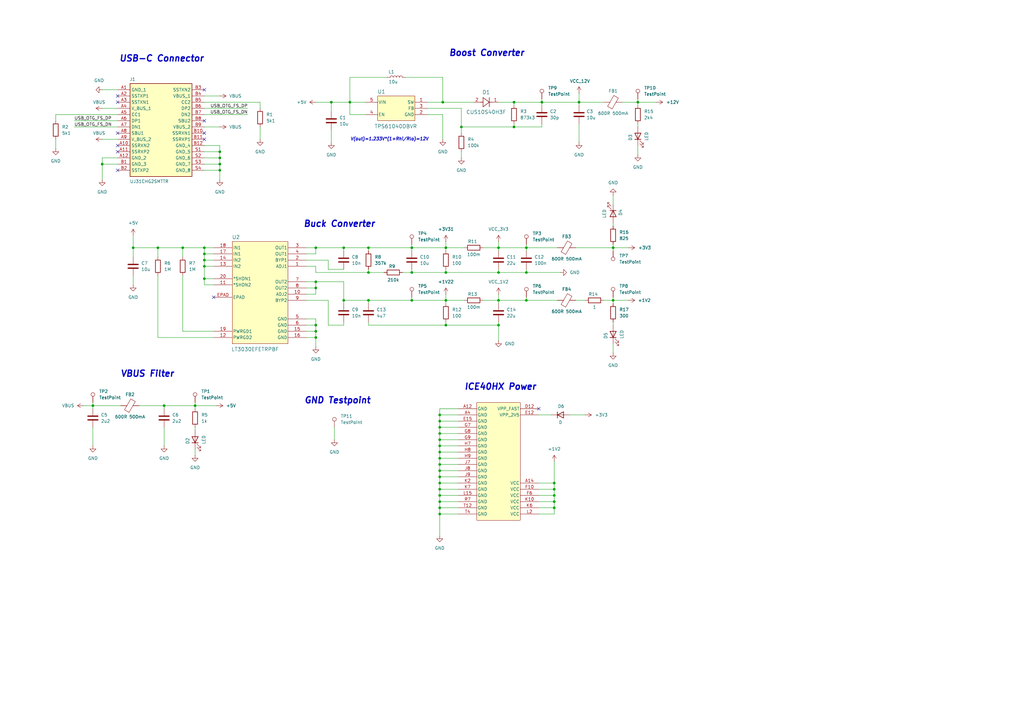
<source format=kicad_sch>
(kicad_sch (version 20250114) (generator "eeschema") (generator_version "9.0")
  (paper "A3")
  (text "Boost Converter" (at 199.644 21.844 0) (effects (font (size 2.54 2.54) (thickness 0.508) (bold yes) (italic yes))))
  (text "VBUS Filter" (at 60.452 153.416 0) (effects (font (size 2.54 2.54) (thickness 0.508) (bold yes) (italic yes))))
  (text "Buck Converter" (at 139.192 91.948 0) (effects (font (size 2.54 2.54) (thickness 0.508) (bold yes) (italic yes))))
  (text "ICE40HX Power" (at 205.232 158.75 0) (effects (font (size 2.54 2.54) (thickness 0.508) (bold yes) (italic yes))))
  (text "V(out)=1.233V*(1+Rhi/Rlo)=12V" (at 159.766 57.15 0) (effects (font (size 1.27 1.27) (thickness 0.254) (bold yes) (italic yes))))
  (text "USB-C Connector" (at 66.294 24.13 0) (effects (font (size 2.54 2.54) (thickness 0.508) (bold yes) (italic yes))))
  (text "GND Testpoint" (at 138.43 164.338 0) (effects (font (size 2.54 2.54) (thickness 0.508) (bold yes) (italic yes))))
  (junction (at 83.82 109.22))
  (junction (at 180.34 210.82))
  (junction (at 227.33 205.74))
  (junction (at 54.61 101.6))
  (junction (at 67.31 166.37))
  (junction (at 83.82 106.68))
  (junction (at 38.1 166.37))
  (junction (at 129.54 101.6))
  (junction (at 261.62 41.91))
  (junction (at 215.9 101.6))
  (junction (at 80.01 166.37))
  (junction (at 222.25 41.91))
  (junction (at 90.17 69.85))
  (junction (at 182.88 133.35))
  (junction (at 180.34 208.28))
  (junction (at 83.82 114.3))
  (junction (at 251.46 123.19))
  (junction (at 90.17 62.23))
  (junction (at 180.34 170.18))
  (junction (at 151.13 111.76))
  (junction (at 180.34 190.5))
  (junction (at 90.17 67.31))
  (junction (at 227.33 200.66))
  (junction (at 181.61 41.91))
  (junction (at 140.97 101.6))
  (junction (at 151.13 123.19))
  (junction (at 215.9 111.76))
  (junction (at 83.82 104.14))
  (junction (at 180.34 195.58))
  (junction (at 204.47 101.6))
  (junction (at 168.91 111.76))
  (junction (at 140.97 123.19))
  (junction (at 227.33 198.12))
  (junction (at 180.34 203.2))
  (junction (at 182.88 123.19))
  (junction (at 135.89 41.91))
  (junction (at 168.91 123.19))
  (junction (at 204.47 123.19))
  (junction (at 237.49 41.91))
  (junction (at 182.88 111.76))
  (junction (at 74.93 101.6))
  (junction (at 151.13 101.6))
  (junction (at 180.34 198.12))
  (junction (at 129.54 115.57))
  (junction (at 180.34 172.72))
  (junction (at 180.34 177.8))
  (junction (at 215.9 123.19))
  (junction (at 180.34 205.74))
  (junction (at 180.34 185.42))
  (junction (at 182.88 101.6))
  (junction (at 204.47 133.35))
  (junction (at 189.23 52.07))
  (junction (at 227.33 208.28))
  (junction (at 251.46 101.6))
  (junction (at 180.34 180.34))
  (junction (at 129.54 118.11))
  (junction (at 180.34 187.96))
  (junction (at 143.51 41.91))
  (junction (at 129.54 133.35))
  (junction (at 129.54 135.89))
  (junction (at 180.34 182.88))
  (junction (at 64.77 101.6))
  (junction (at 204.47 111.76))
  (junction (at 210.82 41.91))
  (junction (at 41.91 67.31))
  (junction (at 227.33 203.2))
  (junction (at 168.91 101.6))
  (junction (at 180.34 193.04))
  (junction (at 129.54 138.43))
  (junction (at 180.34 200.66))
  (junction (at 210.82 52.07))
  (junction (at 90.17 64.77))
  (junction (at 83.82 101.6))
  (junction (at 180.34 175.26))
  (no_connect (at 48.26 41.91))
  (no_connect (at 83.82 54.61))
  (no_connect (at 48.26 39.37))
  (no_connect (at 220.98 167.64))
  (no_connect (at 48.26 54.61))
  (no_connect (at 83.82 57.15))
  (no_connect (at 48.26 62.23))
  (no_connect (at 83.82 36.83))
  (no_connect (at 48.26 59.69))
  (no_connect (at 83.82 49.53))
  (no_connect (at 48.26 69.85))
  (no_connect (at 87.63 121.92))
  (wire (pts (xy 204.47 110.49) (xy 204.47 111.76)))
  (wire (pts (xy 168.91 101.6) (xy 182.88 101.6)))
  (wire (pts (xy 129.54 135.89) (xy 129.54 138.43)))
  (wire (pts (xy 180.34 205.74) (xy 187.96 205.74)))
  (wire (pts (xy 168.91 100.33) (xy 168.91 101.6)))
  (wire (pts (xy 182.88 110.49) (xy 182.88 111.76)))
  (wire (pts (xy 83.82 39.37) (xy 90.17 39.37)))
  (wire (pts (xy 180.34 195.58) (xy 187.96 195.58)))
  (wire (pts (xy 204.47 123.19) (xy 215.9 123.19)))
  (wire (pts (xy 251.46 100.33) (xy 251.46 101.6)))
  (wire (pts (xy 143.51 41.91) (xy 149.86 41.91)))
  (wire (pts (xy 83.82 69.85) (xy 90.17 69.85)))
  (wire (pts (xy 140.97 123.19) (xy 140.97 115.57)))
  (wire (pts (xy 236.22 123.19) (xy 240.03 123.19)))
  (wire (pts (xy 151.13 102.87) (xy 151.13 101.6)))
  (wire (pts (xy 227.33 208.28) (xy 227.33 210.82)))
  (wire (pts (xy 106.68 52.07) (xy 106.68 57.15)))
  (wire (pts (xy 175.26 41.91) (xy 181.61 41.91)))
  (wire (pts (xy 182.88 102.87) (xy 182.88 101.6)))
  (wire (pts (xy 180.34 203.2) (xy 180.34 205.74)))
  (wire (pts (xy 166.37 31.75) (xy 181.61 31.75)))
  (wire (pts (xy 180.34 198.12) (xy 180.34 200.66)))
  (wire (pts (xy 237.49 43.18) (xy 237.49 41.91)))
  (wire (pts (xy 261.62 59.69) (xy 261.62 63.5)))
  (wire (pts (xy 237.49 41.91) (xy 247.65 41.91)))
  (wire (pts (xy 125.73 106.68) (xy 134.62 106.68)))
  (wire (pts (xy 215.9 111.76) (xy 204.47 111.76)))
  (wire (pts (xy 22.86 49.53) (xy 22.86 46.99)))
  (wire (pts (xy 83.82 44.45) (xy 101.6 44.45)))
  (wire (pts (xy 261.62 40.64) (xy 261.62 41.91)))
  (wire (pts (xy 215.9 123.19) (xy 228.6 123.19)))
  (wire (pts (xy 180.34 190.5) (xy 180.34 193.04)))
  (wire (pts (xy 215.9 101.6) (xy 204.47 101.6)))
  (wire (pts (xy 215.9 100.33) (xy 215.9 101.6)))
  (wire (pts (xy 180.34 210.82) (xy 187.96 210.82)))
  (wire (pts (xy 180.34 175.26) (xy 187.96 175.26)))
  (wire (pts (xy 129.54 118.11) (xy 125.73 118.11)))
  (wire (pts (xy 180.34 208.28) (xy 180.34 210.82)))
  (wire (pts (xy 255.27 41.91) (xy 261.62 41.91)))
  (wire (pts (xy 204.47 123.19) (xy 198.12 123.19)))
  (wire (pts (xy 129.54 101.6) (xy 125.73 101.6)))
  (wire (pts (xy 87.63 104.14) (xy 83.82 104.14)))
  (wire (pts (xy 220.98 170.18) (xy 226.06 170.18)))
  (wire (pts (xy 30.48 49.53) (xy 48.26 49.53)))
  (wire (pts (xy 180.34 175.26) (xy 180.34 177.8)))
  (wire (pts (xy 151.13 101.6) (xy 168.91 101.6)))
  (wire (pts (xy 129.54 130.81) (xy 129.54 133.35)))
  (wire (pts (xy 204.47 111.76) (xy 182.88 111.76)))
  (wire (pts (xy 83.82 59.69) (xy 90.17 59.69)))
  (wire (pts (xy 129.54 138.43) (xy 129.54 142.24)))
  (wire (pts (xy 180.34 180.34) (xy 180.34 182.88)))
  (wire (pts (xy 151.13 123.19) (xy 168.91 123.19)))
  (wire (pts (xy 180.34 190.5) (xy 187.96 190.5)))
  (wire (pts (xy 204.47 101.6) (xy 198.12 101.6)))
  (wire (pts (xy 38.1 166.37) (xy 38.1 167.64)))
  (wire (pts (xy 180.34 180.34) (xy 187.96 180.34)))
  (wire (pts (xy 149.86 46.99) (xy 143.51 46.99)))
  (wire (pts (xy 236.22 101.6) (xy 251.46 101.6)))
  (wire (pts (xy 251.46 102.87) (xy 251.46 101.6)))
  (wire (pts (xy 227.33 203.2) (xy 227.33 205.74)))
  (wire (pts (xy 143.51 46.99) (xy 143.51 41.91)))
  (wire (pts (xy 48.26 57.15) (xy 41.91 57.15)))
  (wire (pts (xy 251.46 101.6) (xy 257.81 101.6)))
  (wire (pts (xy 140.97 133.35) (xy 140.97 132.08)))
  (wire (pts (xy 129.54 41.91) (xy 135.89 41.91)))
  (wire (pts (xy 168.91 123.19) (xy 182.88 123.19)))
  (wire (pts (xy 261.62 41.91) (xy 269.24 41.91)))
  (wire (pts (xy 57.15 166.37) (xy 67.31 166.37)))
  (wire (pts (xy 180.34 170.18) (xy 187.96 170.18)))
  (wire (pts (xy 87.63 135.89) (xy 74.93 135.89)))
  (wire (pts (xy 180.34 187.96) (xy 180.34 190.5)))
  (wire (pts (xy 74.93 135.89) (xy 74.93 113.03)))
  (wire (pts (xy 83.82 67.31) (xy 90.17 67.31)))
  (wire (pts (xy 233.68 170.18) (xy 240.03 170.18)))
  (wire (pts (xy 90.17 64.77) (xy 90.17 67.31)))
  (wire (pts (xy 180.34 167.64) (xy 187.96 167.64)))
  (wire (pts (xy 140.97 123.19) (xy 151.13 123.19)))
  (wire (pts (xy 215.9 102.87) (xy 215.9 101.6)))
  (wire (pts (xy 182.88 99.06) (xy 182.88 101.6)))
  (wire (pts (xy 38.1 166.37) (xy 49.53 166.37)))
  (wire (pts (xy 180.34 172.72) (xy 187.96 172.72)))
  (wire (pts (xy 143.51 31.75) (xy 143.51 41.91)))
  (wire (pts (xy 182.88 133.35) (xy 182.88 132.08)))
  (wire (pts (xy 135.89 41.91) (xy 135.89 45.72)))
  (wire (pts (xy 182.88 120.65) (xy 182.88 123.19)))
  (wire (pts (xy 129.54 109.22) (xy 129.54 111.76)))
  (wire (pts (xy 215.9 110.49) (xy 215.9 111.76)))
  (wire (pts (xy 38.1 175.26) (xy 38.1 182.88)))
  (wire (pts (xy 210.82 52.07) (xy 222.25 52.07)))
  (wire (pts (xy 22.86 46.99) (xy 48.26 46.99)))
  (wire (pts (xy 247.65 123.19) (xy 251.46 123.19)))
  (wire (pts (xy 180.34 177.8) (xy 180.34 180.34)))
  (wire (pts (xy 87.63 106.68) (xy 83.82 106.68)))
  (wire (pts (xy 67.31 166.37) (xy 67.31 167.64)))
  (wire (pts (xy 83.82 101.6) (xy 87.63 101.6)))
  (wire (pts (xy 168.91 111.76) (xy 168.91 110.49)))
  (wire (pts (xy 189.23 52.07) (xy 189.23 54.61)))
  (wire (pts (xy 175.26 44.45) (xy 189.23 44.45)))
  (wire (pts (xy 175.26 46.99) (xy 181.61 46.99)))
  (wire (pts (xy 180.34 177.8) (xy 187.96 177.8)))
  (wire (pts (xy 204.47 132.08) (xy 204.47 133.35)))
  (wire (pts (xy 181.61 31.75) (xy 181.61 41.91)))
  (wire (pts (xy 54.61 113.03) (xy 54.61 116.84)))
  (wire (pts (xy 180.34 182.88) (xy 187.96 182.88)))
  (wire (pts (xy 125.73 123.19) (xy 134.62 123.19)))
  (wire (pts (xy 158.75 31.75) (xy 143.51 31.75)))
  (wire (pts (xy 180.34 170.18) (xy 180.34 172.72)))
  (wire (pts (xy 83.82 64.77) (xy 90.17 64.77)))
  (wire (pts (xy 90.17 59.69) (xy 90.17 62.23)))
  (wire (pts (xy 67.31 175.26) (xy 67.31 182.88)))
  (wire (pts (xy 41.91 67.31) (xy 48.26 67.31)))
  (wire (pts (xy 151.13 123.19) (xy 151.13 124.46)))
  (wire (pts (xy 181.61 46.99) (xy 181.61 57.15)))
  (wire (pts (xy 83.82 104.14) (xy 83.82 101.6)))
  (wire (pts (xy 204.47 41.91) (xy 210.82 41.91)))
  (wire (pts (xy 83.82 62.23) (xy 90.17 62.23)))
  (wire (pts (xy 180.34 182.88) (xy 180.34 185.42)))
  (wire (pts (xy 220.98 198.12) (xy 227.33 198.12)))
  (wire (pts (xy 168.91 101.6) (xy 168.91 102.87)))
  (wire (pts (xy 204.47 139.7) (xy 204.47 133.35)))
  (wire (pts (xy 227.33 200.66) (xy 227.33 203.2)))
  (wire (pts (xy 125.73 138.43) (xy 129.54 138.43)))
  (wire (pts (xy 129.54 111.76) (xy 151.13 111.76)))
  (wire (pts (xy 134.62 133.35) (xy 140.97 133.35)))
  (wire (pts (xy 74.93 101.6) (xy 74.93 105.41)))
  (wire (pts (xy 210.82 52.07) (xy 210.82 50.8)))
  (wire (pts (xy 80.01 166.37) (xy 80.01 167.64)))
  (wire (pts (xy 134.62 133.35) (xy 134.62 123.19)))
  (wire (pts (xy 140.97 101.6) (xy 129.54 101.6)))
  (wire (pts (xy 41.91 64.77) (xy 48.26 64.77)))
  (wire (pts (xy 220.98 208.28) (xy 227.33 208.28)))
  (wire (pts (xy 261.62 41.91) (xy 261.62 43.18)))
  (wire (pts (xy 220.98 203.2) (xy 227.33 203.2)))
  (wire (pts (xy 83.82 114.3) (xy 83.82 109.22)))
  (wire (pts (xy 125.73 109.22) (xy 129.54 109.22)))
  (wire (pts (xy 80.01 175.26) (xy 80.01 176.53)))
  (wire (pts (xy 227.33 189.23) (xy 227.33 198.12)))
  (wire (pts (xy 125.73 104.14) (xy 129.54 104.14)))
  (wire (pts (xy 125.73 120.65) (xy 129.54 120.65)))
  (wire (pts (xy 67.31 166.37) (xy 80.01 166.37)))
  (wire (pts (xy 204.47 124.46) (xy 204.47 123.19)))
  (wire (pts (xy 182.88 123.19) (xy 182.88 124.46)))
  (wire (pts (xy 134.62 106.68) (xy 134.62 110.49)))
  (wire (pts (xy 222.25 41.91) (xy 237.49 41.91)))
  (wire (pts (xy 87.63 114.3) (xy 83.82 114.3)))
  (wire (pts (xy 83.82 106.68) (xy 83.82 104.14)))
  (wire (pts (xy 180.34 195.58) (xy 180.34 198.12)))
  (wire (pts (xy 261.62 50.8) (xy 261.62 52.07)))
  (wire (pts (xy 129.54 133.35) (xy 129.54 135.89)))
  (wire (pts (xy 41.91 64.77) (xy 41.91 67.31)))
  (wire (pts (xy 204.47 133.35) (xy 182.88 133.35)))
  (wire (pts (xy 151.13 133.35) (xy 151.13 132.08)))
  (wire (pts (xy 54.61 101.6) (xy 64.77 101.6)))
  (wire (pts (xy 90.17 69.85) (xy 90.17 73.66)))
  (wire (pts (xy 134.62 110.49) (xy 140.97 110.49)))
  (wire (pts (xy 74.93 101.6) (xy 83.82 101.6)))
  (wire (pts (xy 38.1 165.1) (xy 38.1 166.37)))
  (wire (pts (xy 140.97 102.87) (xy 140.97 101.6)))
  (wire (pts (xy 135.89 53.34) (xy 135.89 58.42)))
  (wire (pts (xy 41.91 67.31) (xy 41.91 73.66)))
  (wire (pts (xy 22.86 57.15) (xy 22.86 60.96)))
  (wire (pts (xy 229.87 111.76) (xy 215.9 111.76)))
  (wire (pts (xy 90.17 67.31) (xy 90.17 69.85)))
  (wire (pts (xy 222.25 50.8) (xy 222.25 52.07)))
  (wire (pts (xy 41.91 36.83) (xy 48.26 36.83)))
  (wire (pts (xy 165.1 111.76) (xy 168.91 111.76)))
  (wire (pts (xy 251.46 83.82) (xy 251.46 80.01)))
  (wire (pts (xy 180.34 187.96) (xy 187.96 187.96)))
  (wire (pts (xy 168.91 111.76) (xy 182.88 111.76)))
  (wire (pts (xy 180.34 203.2) (xy 187.96 203.2)))
  (wire (pts (xy 182.88 123.19) (xy 190.5 123.19)))
  (wire (pts (xy 125.73 130.81) (xy 129.54 130.81)))
  (wire (pts (xy 129.54 118.11) (xy 129.54 115.57)))
  (wire (pts (xy 210.82 41.91) (xy 222.25 41.91)))
  (wire (pts (xy 125.73 133.35) (xy 129.54 133.35)))
  (wire (pts (xy 87.63 138.43) (xy 64.77 138.43)))
  (wire (pts (xy 90.17 62.23) (xy 90.17 64.77)))
  (wire (pts (xy 180.34 200.66) (xy 180.34 203.2)))
  (wire (pts (xy 80.01 166.37) (xy 88.9 166.37)))
  (wire (pts (xy 189.23 44.45) (xy 189.23 52.07)))
  (wire (pts (xy 210.82 41.91) (xy 210.82 43.18)))
  (wire (pts (xy 189.23 62.23) (xy 189.23 64.77)))
  (wire (pts (xy 180.34 210.82) (xy 180.34 219.71)))
  (wire (pts (xy 125.73 115.57) (xy 129.54 115.57)))
  (wire (pts (xy 180.34 198.12) (xy 187.96 198.12)))
  (wire (pts (xy 168.91 121.92) (xy 168.91 123.19)))
  (wire (pts (xy 204.47 102.87) (xy 204.47 101.6)))
  (wire (pts (xy 215.9 121.92) (xy 215.9 123.19)))
  (wire (pts (xy 106.68 41.91) (xy 106.68 44.45)))
  (wire (pts (xy 251.46 121.92) (xy 251.46 123.19)))
  (wire (pts (xy 220.98 210.82) (xy 227.33 210.82)))
  (wire (pts (xy 41.91 44.45) (xy 48.26 44.45)))
  (wire (pts (xy 204.47 120.65) (xy 204.47 123.19)))
  (wire (pts (xy 151.13 111.76) (xy 157.48 111.76)))
  (wire (pts (xy 64.77 101.6) (xy 74.93 101.6)))
  (wire (pts (xy 181.61 41.91) (xy 194.31 41.91)))
  (wire (pts (xy 83.82 46.99) (xy 101.6 46.99)))
  (wire (pts (xy 151.13 133.35) (xy 182.88 133.35)))
  (wire (pts (xy 222.25 43.18) (xy 222.25 41.91)))
  (wire (pts (xy 251.46 132.08) (xy 251.46 133.35)))
  (wire (pts (xy 251.46 123.19) (xy 257.81 123.19)))
  (wire (pts (xy 182.88 101.6) (xy 190.5 101.6)))
  (wire (pts (xy 140.97 101.6) (xy 151.13 101.6)))
  (wire (pts (xy 227.33 198.12) (xy 227.33 200.66)))
  (wire (pts (xy 180.34 185.42) (xy 180.34 187.96)))
  (wire (pts (xy 180.34 193.04) (xy 180.34 195.58)))
  (wire (pts (xy 83.82 109.22) (xy 83.82 106.68)))
  (wire (pts (xy 64.77 101.6) (xy 64.77 105.41)))
  (wire (pts (xy 180.34 200.66) (xy 187.96 200.66)))
  (wire (pts (xy 137.16 175.26) (xy 137.16 180.34)))
  (wire (pts (xy 215.9 101.6) (xy 228.6 101.6)))
  (wire (pts (xy 227.33 205.74) (xy 227.33 208.28)))
  (wire (pts (xy 237.49 38.1) (xy 237.49 41.91)))
  (wire (pts (xy 87.63 109.22) (xy 83.82 109.22)))
  (wire (pts (xy 180.34 172.72) (xy 180.34 175.26)))
  (wire (pts (xy 204.47 99.06) (xy 204.47 101.6)))
  (wire (pts (xy 251.46 92.71) (xy 251.46 91.44)))
  (wire (pts (xy 125.73 135.89) (xy 129.54 135.89)))
  (wire (pts (xy 180.34 193.04) (xy 187.96 193.04)))
  (wire (pts (xy 80.01 184.15) (xy 80.01 186.69)))
  (wire (pts (xy 180.34 208.28) (xy 187.96 208.28)))
  (wire (pts (xy 129.54 104.14) (xy 129.54 101.6)))
  (wire (pts (xy 54.61 101.6) (xy 54.61 105.41)))
  (wire (pts (xy 80.01 165.1) (xy 80.01 166.37)))
  (wire (pts (xy 180.34 185.42) (xy 187.96 185.42)))
  (wire (pts (xy 189.23 52.07) (xy 210.82 52.07)))
  (wire (pts (xy 180.34 167.64) (xy 180.34 170.18)))
  (wire (pts (xy 180.34 205.74) (xy 180.34 208.28)))
  (wire (pts (xy 54.61 96.52) (xy 54.61 101.6)))
  (wire (pts (xy 251.46 140.97) (xy 251.46 144.78)))
  (wire (pts (xy 83.82 116.84) (xy 83.82 114.3)))
  (wire (pts (xy 220.98 200.66) (xy 227.33 200.66)))
  (wire (pts (xy 222.25 40.64) (xy 222.25 41.91)))
  (wire (pts (xy 129.54 120.65) (xy 129.54 118.11)))
  (wire (pts (xy 34.29 166.37) (xy 38.1 166.37)))
  (wire (pts (xy 83.82 52.07) (xy 90.17 52.07)))
  (wire (pts (xy 64.77 138.43) (xy 64.77 113.03)))
  (wire (pts (xy 151.13 111.76) (xy 151.13 110.49)))
  (wire (pts (xy 220.98 205.74) (xy 227.33 205.74)))
  (wire (pts (xy 30.48 52.07) (xy 48.26 52.07)))
  (wire (pts (xy 237.49 50.8) (xy 237.49 58.42)))
  (wire (pts (xy 140.97 115.57) (xy 129.54 115.57)))
  (wire (pts (xy 140.97 124.46) (xy 140.97 123.19)))
  (wire (pts (xy 135.89 41.91) (xy 143.51 41.91)))
  (wire (pts (xy 83.82 41.91) (xy 106.68 41.91)))
  (wire (pts (xy 251.46 123.19) (xy 251.46 124.46)))
  (wire (pts (xy 87.63 116.84) (xy 83.82 116.84)))
  (label "USB_OTG_FS_DN" (at 30.48 52.07 0))
  (label "USB_OTG_FS_DP" (at 101.6 44.45 180))
  (label "USB_OTG_FS_DP" (at 30.48 49.53 0))
  (label "USB_OTG_FS_DN" (at 101.6 46.99 180))
  (symbol (lib_id "power:GND") (at 180.34 219.71 0) (unit 1)
    (property "Reference" "#PWR041" (effects (hide yes)))
    (property "Value" "GND" (at 180.34 224.79 0))
    (property "Description" "Power symbol creates a global label with name \"GND\" , ground" (effects (hide yes)))
  )
  (symbol (lib_id "Device:R") (at 182.88 106.68 180) (unit 1)
    (property "Reference" "R10" (at 185.42 105.4099 0) (effects (justify right)))
    (property "Value" "100" (at 185.42 107.9499 0) (effects (justify right)))
    (property "Description" "Resistor" (effects (hide yes)))
  )
  (symbol (lib_id "Connector:TestPoint") (at 168.91 121.92 0) (unit 1)
    (property "Reference" "TP5" (at 171.45 117.3479 0) (effects (justify left)))
    (property "Value" "TestPoint" (at 171.45 119.8879 0) (effects (justify left)))
    (property "Description" "test point" (effects (hide yes)))
  )
  (symbol (lib_id "power:GND") (at 181.61 57.15 0) (unit 1)
    (property "Reference" "#PWR010" (effects (hide yes)))
    (property "Value" "GND" (at 181.61 62.23 0))
    (property "Description" "Power symbol creates a global label with name \"GND\" , ground" (effects (hide yes)))
  )
  (symbol (lib_id "Connector:TestPoint") (at 222.25 40.64 0) (unit 1)
    (property "Reference" "TP9" (at 224.79 36.0679 0) (effects (justify left)))
    (property "Value" "TestPoint" (at 224.79 38.6079 0) (effects (justify left)))
    (property "Description" "test point" (effects (hide yes)))
  )
  (symbol (lib_id "Device:R") (at 182.88 128.27 180) (unit 1)
    (property "Reference" "R12" (at 185.42 126.9999 0) (effects (justify right)))
    (property "Value" "100" (at 185.42 129.5399 0) (effects (justify right)))
    (property "Description" "Resistor" (effects (hide yes)))
  )
  (symbol (lib_id "Device:L") (at 162.56 31.75 90) (unit 1)
    (property "Reference" "L1" (at 160.528 29.464 90))
    (property "Value" "10u" (at 161.29 33.528 90))
    (property "Description" "Inductor" (effects (hide yes)))
  )
  (symbol (lib_id "power:GND") (at 204.47 139.7 0) (unit 1)
    (property "Reference" "#PWR025" (effects (hide yes)))
    (property "Value" "GND" (at 207.01 140.9699 0) (effects (justify left)))
    (property "Description" "Power symbol creates a global label with name \"GND\" , ground" (effects (hide yes)))
  )
  (symbol (lib_id "power:+5V") (at 269.24 41.91 270) (unit 1)
    (property "Reference" "#PWR030" (effects (hide yes)))
    (property "Value" "+12V" (at 275.844 41.91 90))
    (property "Description" "Power symbol creates a global label with name \"+5V\"" (effects (hide yes)))
  )
  (symbol (lib_id "Connector:TestPoint") (at 251.46 102.87 180) (unit 1)
    (property "Reference" "TP7" (at 254 104.9019 0) (effects (justify right)))
    (property "Value" "TestPoint" (at 254 107.4419 0) (effects (justify right)))
    (property "Description" "test point" (effects (hide yes)))
  )
  (symbol (lib_id "Device:R") (at 261.62 46.99 180) (unit 1)
    (property "Reference" "R15" (at 264.16 45.7199 0) (effects (justify right)))
    (property "Value" "2k4" (at 264.16 48.2599 0) (effects (justify right)))
    (property "Description" "Resistor" (effects (hide yes)))
  )
  (symbol (lib_id "power:+5V") (at 41.91 44.45 90) (unit 1)
    (property "Reference" "#PWR01" (effects (hide yes)))
    (property "Value" "VBUS" (at 40.64 41.91 90))
    (property "Description" "Power symbol creates a global label with name \"+5V\"" (effects (hide yes)))
  )
  (symbol (lib_id "Device:R") (at 194.31 123.19 270) (unit 1)
    (property "Reference" "R13" (at 193.802 120.65 90))
    (property "Value" "100m" (at 194.31 125.984 90))
    (property "Description" "Resistor" (effects (hide yes)))
  )
  (symbol (lib_id "power:GND") (at 90.17 73.66 0) (unit 1)
    (property "Reference" "#PWR03" (effects (hide yes)))
    (property "Value" "GND" (at 90.17 78.74 0))
    (property "Description" "Power symbol creates a global label with name \"GND\" , ground" (effects (hide yes)))
  )
  (symbol (lib_id "power:+5V") (at 237.49 38.1 0) (unit 1)
    (property "Reference" "#PWR015" (effects (hide yes)))
    (property "Value" "VCC_12V" (at 233.68 33.274 0) (effects (justify left)))
    (property "Description" "Power symbol creates a global label with name \"+5V\"" (effects (hide yes)))
  )
  (symbol (lib_id "power:+5V") (at 227.33 189.23 0) (unit 1)
    (property "Reference" "#PWR039" (effects (hide yes)))
    (property "Value" "+1V2" (at 227.33 184.15 0))
    (property "Description" "Power symbol creates a global label with name \"+5V\"" (effects (hide yes)))
  )
  (symbol (lib_id "Device:R") (at 22.86 53.34 0) (unit 1)
    (property "Reference" "R2" (at 25.4 52.0699 0) (effects (justify left)))
    (property "Value" "5k1" (at 25.4 54.6099 0) (effects (justify left)))
    (property "Description" "Resistor" (effects (hide yes)))
  )
  (symbol (lib_id "power:+5V") (at 182.88 120.65 0) (unit 1)
    (property "Reference" "#PWR027" (effects (hide yes)))
    (property "Value" "+1V22" (at 182.88 115.57 0))
    (property "Description" "Power symbol creates a global label with name \"+5V\"" (effects (hide yes)))
  )
  (symbol (lib_id "power:GND") (at 54.61 116.84 0) (unit 1)
    (property "Reference" "#PWR020" (effects (hide yes)))
    (property "Value" "GND" (at 54.61 121.92 0))
    (property "Description" "Power symbol creates a global label with name \"GND\" , ground" (effects (hide yes)))
  )
  (symbol (lib_id "power:+5V") (at 54.61 96.52 0) (unit 1)
    (property "Reference" "#PWR021" (effects (hide yes)))
    (property "Value" "+5V" (at 54.61 91.44 0))
    (property "Description" "Power symbol creates a global label with name \"+5V\"" (effects (hide yes)))
  )
  (symbol (lib_id "Device:C") (at 237.49 46.99 0) (unit 1)
    (property "Reference" "C3" (at 240.538 45.72 0) (effects (justify left)))
    (property "Value" "10u" (at 240.538 48.26 0) (effects (justify left)))
    (property "Description" "Unpolarized capacitor" (effects (hide yes)))
  )
  (symbol (lib_id "Device:C") (at 140.97 106.68 0) (unit 1)
    (property "Reference" "C8" (at 144.272 105.41 0) (effects (justify left)))
    (property "Value" "10n" (at 144.272 107.95 0) (effects (justify left)))
    (property "Description" "Unpolarized capacitor" (effects (hide yes)))
  )
  (symbol (lib_id "Device:C") (at 135.89 49.53 0) (unit 1)
    (property "Reference" "C1" (at 139.192 48.26 0) (effects (justify left)))
    (property "Value" "10u" (at 139.192 50.8 0) (effects (justify left)))
    (property "Description" "Unpolarized capacitor" (effects (hide yes)))
  )
  (symbol (lib_id "Connector:TestPoint") (at 251.46 121.92 0) (unit 1)
    (property "Reference" "TP8" (at 254 117.3479 0) (effects (justify left)))
    (property "Value" "TestPoint" (at 254 119.8879 0) (effects (justify left)))
    (property "Description" "test point" (effects (hide yes)))
  )
  (symbol (lib_id "power:+5V") (at 204.47 120.65 0) (unit 1)
    (property "Reference" "#PWR029" (effects (hide yes)))
    (property "Value" "VCC_1V2" (at 204.47 115.57 0))
    (property "Description" "Power symbol creates a global label with name \"+5V\"" (effects (hide yes)))
  )
  (symbol (lib_id "Device:R") (at 251.46 128.27 180) (unit 1)
    (property "Reference" "R17" (at 254 126.9999 0) (effects (justify right)))
    (property "Value" "300" (at 254 129.5399 0) (effects (justify right)))
    (property "Description" "Resistor" (effects (hide yes)))
  )
  (symbol (lib_id "Connector:TestPoint") (at 137.16 175.26 0) (unit 1)
    (property "Reference" "TP11" (at 139.7 170.6879 0) (effects (justify left)))
    (property "Value" "TestPoint" (at 139.7 173.2279 0) (effects (justify left)))
    (property "Description" "test point" (effects (hide yes)))
  )
  (symbol (lib_id "power:GND") (at 41.91 36.83 270) (unit 1)
    (property "Reference" "#PWR02" (effects (hide yes)))
    (property "Value" "GND" (at 40.64 33.02 90))
    (property "Description" "Power symbol creates a global label with name \"GND\" , ground" (effects (hide yes)))
  )
  (symbol (lib_id "Connector:TestPoint") (at 80.01 165.1 0) (unit 1)
    (property "Reference" "TP1" (at 82.55 160.5279 0) (effects (justify left)))
    (property "Value" "TestPoint" (at 82.55 163.0679 0) (effects (justify left)))
    (property "Description" "test point" (effects (hide yes)))
  )
  (symbol (lib_id "Custom:TPS61040DBVR") (at 167.64 53.34 0) (unit 1)
    (property "Reference" "U1" (at 156.464 37.592 0) (effects (font (size 1.524 1.524))))
    (property "Value" "TPS61040DBVR" (at 162.306 51.816 0) (effects (font (size 1.524 1.524))))
    (property "Footprint" "Custom:TPS61040DBVR" (effects (hide yes)))
    (property "Datasheet" "https://www.ti.com/lit/gpn/tps61040" (effects (hide yes)))
  )
  (symbol (lib_id "power:GND") (at 189.23 64.77 0) (unit 1)
    (property "Reference" "#PWR013" (effects (hide yes)))
    (property "Value" "GND" (at 189.23 69.85 0))
    (property "Description" "Power symbol creates a global label with name \"GND\" , ground" (effects (hide yes)))
  )
  (symbol (lib_id "Device:LED") (at 261.62 55.88 90) (unit 1)
    (property "Reference" "D3" (at 258.572 56.388 0))
    (property "Value" "LED" (at 265.176 55.88 0))
    (property "Description" "Light emitting diode" (effects (hide yes)))
    (property "Sim.Pins" "1=K 2=A" (effects (hide yes)))
  )
  (symbol (lib_id "power:GND") (at 106.68 57.15 0) (unit 1)
    (property "Reference" "#PWR07" (effects (hide yes)))
    (property "Value" "GND" (at 106.68 62.23 0))
    (property "Description" "Power symbol creates a global label with name \"GND\" , ground" (effects (hide yes)))
  )
  (symbol (lib_id "Device:C") (at 168.91 106.68 0) (unit 1)
    (property "Reference" "C10" (at 172.212 105.41 0) (effects (justify left)))
    (property "Value" "10u" (at 172.212 107.95 0) (effects (justify left)))
    (property "Description" "Unpolarized capacitor" (effects (hide yes)))
  )
  (symbol (lib_id "power:+5V") (at 257.81 101.6 270) (unit 1)
    (property "Reference" "#PWR023" (effects (hide yes)))
    (property "Value" "+3V3" (at 264.414 101.6 90))
    (property "Description" "Power symbol creates a global label with name \"+5V\"" (effects (hide yes)))
  )
  (symbol (lib_id "power:GND") (at 137.16 180.34 0) (unit 1)
    (property "Reference" "#PWR037" (effects (hide yes)))
    (property "Value" "GND" (at 137.16 185.42 0))
    (property "Description" "Power symbol creates a global label with name \"GND\" , ground" (effects (hide yes)))
  )
  (symbol (lib_id "power:GND") (at 22.86 60.96 0) (unit 1)
    (property "Reference" "#PWR08" (effects (hide yes)))
    (property "Value" "GND" (at 22.86 66.04 0))
    (property "Description" "Power symbol creates a global label with name \"GND\" , ground" (effects (hide yes)))
  )
  (symbol (lib_id "Device:C") (at 140.97 128.27 0) (unit 1)
    (property "Reference" "C9" (at 144.272 127 0) (effects (justify left)))
    (property "Value" "10n" (at 144.272 129.54 0) (effects (justify left)))
    (property "Description" "Unpolarized capacitor" (effects (hide yes)))
  )
  (symbol (lib_id "Device:C") (at 54.61 109.22 0) (unit 1)
    (property "Reference" "C7" (at 57.912 107.95 0) (effects (justify left)))
    (property "Value" "10u" (at 57.912 110.49 0) (effects (justify left)))
    (property "Description" "Unpolarized capacitor" (effects (hide yes)))
  )
  (symbol (lib_id "Custom:ICE40HX8KCT256") (at 195.58 165.1 0) (unit 1)
    (property "Reference" "U4" (effects (hide yes)))
    (property "Value" "ICE40HX8KCT256" (effects (hide yes)))
    (property "Footprint" "Custom:ICE40HX8KCT256" (effects (hide yes)))
    (property "Datasheet" "ICE40HX8K-CT256" (effects (hide yes)))
  )
  (symbol (lib_id "Device:FerriteBead") (at 232.41 101.6 90) (unit 1)
    (property "Reference" "FB3" (at 232.41 97.028 90))
    (property "Value" "600R 500mA" (at 232.41 106.172 90))
    (property "Description" "Ferrite bead" (effects (hide yes)))
  )
  (symbol (lib_id "Device:R") (at 161.29 111.76 270) (unit 1)
    (property "Reference" "R9" (at 160.782 109.22 90))
    (property "Value" "210k" (at 161.29 114.808 90))
    (property "Description" "Resistor" (effects (hide yes)))
  )
  (symbol (lib_id "Device:R") (at 64.77 109.22 180) (unit 1)
    (property "Reference" "R6" (at 67.31 107.9499 0) (effects (justify right)))
    (property "Value" "1M" (at 67.31 110.4899 0) (effects (justify right)))
    (property "Description" "Resistor" (effects (hide yes)))
  )
  (symbol (lib_id "Connector:TestPoint") (at 215.9 121.92 0) (unit 1)
    (property "Reference" "TP6" (at 218.44 117.3479 0) (effects (justify left)))
    (property "Value" "TestPoint" (at 218.44 119.8879 0) (effects (justify left)))
    (property "Description" "test point" (effects (hide yes)))
  )
  (symbol (lib_id "Custom:LT3030EFETRPBF") (at 87.63 102.87 0) (unit 1)
    (property "Reference" "U2" (at 96.774 97.282 0) (effects (font (size 1.524 1.524))))
    (property "Value" "LT3030EFETRPBF" (at 104.648 143.256 0) (effects (font (size 1.524 1.524))))
    (property "Footprint" "Custom:LT8302ES8ETRPBF" (effects (hide yes)))
    (property "Datasheet" "https://www.analog.com/media/en/technical-documentation/data-sheets/3030fa.pdf" (effects (hide yes)))
  )
  (symbol (lib_id "Device:FerriteBead") (at 53.34 166.37 90) (unit 1)
    (property "Reference" "FB2" (at 53.34 161.798 90))
    (property "Value" "600R 500mA" (at 53.34 170.942 90))
    (property "Description" "Ferrite bead" (effects (hide yes)))
  )
  (symbol (lib_id "power:GND") (at 38.1 182.88 0) (unit 1)
    (property "Reference" "#PWR018" (effects (hide yes)))
    (property "Value" "GND" (at 38.1 187.96 0))
    (property "Description" "Power symbol creates a global label with name \"GND\" , ground" (effects (hide yes)))
  )
  (symbol (lib_id "Device:D") (at 229.87 170.18 0) (unit 1)
    (property "Reference" "D6" (at 230.124 166.624 0))
    (property "Value" "D" (at 229.87 173.228 0))
    (property "Description" "Diode" (effects (hide yes)))
    (property "Sim.Device" "D" (effects (hide yes)))
    (property "Sim.Pins" "1=K 2=A" (effects (hide yes)))
  )
  (symbol (lib_id "Device:R") (at 151.13 106.68 180) (unit 1)
    (property "Reference" "R8" (at 153.67 105.4099 0) (effects (justify right)))
    (property "Value" "357k" (at 153.67 107.9499 0) (effects (justify right)))
    (property "Description" "Resistor" (effects (hide yes)))
  )
  (symbol (lib_id "power:+5V") (at 182.88 99.06 0) (unit 1)
    (property "Reference" "#PWR022" (effects (hide yes)))
    (property "Value" "+3V31" (at 182.88 93.98 0))
    (property "Description" "Power symbol creates a global label with name \"+5V\"" (effects (hide yes)))
  )
  (symbol (lib_id "power:+5V") (at 41.91 57.15 90) (unit 1)
    (property "Reference" "#PWR09" (effects (hide yes)))
    (property "Value" "VBUS" (at 40.64 54.61 90))
    (property "Description" "Power symbol creates a global label with name \"+5V\"" (effects (hide yes)))
  )
  (symbol (lib_id "Connector:TestPoint") (at 261.62 40.64 0) (unit 1)
    (property "Reference" "TP10" (at 264.16 36.0679 0) (effects (justify left)))
    (property "Value" "TestPoint" (at 264.16 38.6079 0) (effects (justify left)))
    (property "Description" "test point" (effects (hide yes)))
  )
  (symbol (lib_id "Device:C") (at 67.31 171.45 0) (unit 1)
    (property "Reference" "C6" (at 70.612 170.18 0) (effects (justify left)))
    (property "Value" "2u2" (at 70.612 172.72 0) (effects (justify left)))
    (property "Description" "Unpolarized capacitor" (effects (hide yes)))
  )
  (symbol (lib_id "power:+5V") (at 257.81 123.19 270) (unit 1)
    (property "Reference" "#PWR026" (effects (hide yes)))
    (property "Value" "+1V2" (at 261.62 123.1899 90) (effects (justify left)))
    (property "Description" "Power symbol creates a global label with name \"+5V\"" (effects (hide yes)))
  )
  (symbol (lib_id "Device:FerriteBead") (at 232.41 123.19 90) (unit 1)
    (property "Reference" "FB4" (at 232.41 118.618 90))
    (property "Value" "600R 500mA" (at 232.41 127.762 90))
    (property "Description" "Ferrite bead" (effects (hide yes)))
  )
  (symbol (lib_id "power:+5V") (at 88.9 166.37 270) (unit 1)
    (property "Reference" "#PWR017" (effects (hide yes)))
    (property "Value" "+5V" (at 92.71 166.3699 90) (effects (justify left)))
    (property "Description" "Power symbol creates a global label with name \"+5V\"" (effects (hide yes)))
  )
  (symbol (lib_id "power:+5V") (at 90.17 52.07 270) (unit 1)
    (property "Reference" "#PWR06" (effects (hide yes)))
    (property "Value" "VBUS" (at 93.98 52.0699 90) (effects (justify left)))
    (property "Description" "Power symbol creates a global label with name \"+5V\"" (effects (hide yes)))
  )
  (symbol (lib_id "power:+5V") (at 204.47 99.06 0) (unit 1)
    (property "Reference" "#PWR028" (effects (hide yes)))
    (property "Value" "VCC_3V3" (at 204.47 93.98 0))
    (property "Description" "Power symbol creates a global label with name \"+5V\"" (effects (hide yes)))
  )
  (symbol (lib_id "Device:FerriteBead") (at 251.46 41.91 90) (unit 1)
    (property "Reference" "FB1" (at 251.46 37.338 90))
    (property "Value" "600R 500mA" (at 251.46 46.482 90))
    (property "Description" "Ferrite bead" (effects (hide yes)))
  )
  (symbol (lib_id "Custom:UJ31CHG2SMTTR") (at 48.26 36.83 0) (unit 1)
    (property "Reference" "J1" (at 54.356 32.512 0))
    (property "Value" "UJ31CHG2SMTTR" (at 61.214 74.422 0))
    (property "Footprint" "Custom:UJ31CHG2SMTTR" (effects (hide yes)))
    (property "Datasheet" "https://www.sameskydevices.com/product/resource/uj31-ch-g2-smt-tr.pdf" (effects (hide yes)))
    (property "Description" "Type C, USB 3.2 Gen 2, 10 Gbps, 20 Vdc, 5 A, Right Angle, Surface Mount, Black Insulator, USB Receptacle" (effects (hide yes)))
    (property "Height" "4.66" (effects (hide yes)))
    (property "Manufacturer_Name" "Same Sky" (effects (hide yes)))
    (property "Manufacturer_Part_Number" "UJ31-CH-G2-SMT-TR" (effects (hide yes)))
    (property "Mouser Part Number" "490-UJ31-CH-G2SMT-TR" (effects (hide yes)))
    (property "Mouser Price/Stock" "https://www.mouser.co.uk/ProductDetail/Same-Sky/UJ31-CH-G2-SMT-TR?qs=W0yvOO0ixfGEsh2EYrPgIQ%3D%3D" (effects (hide yes)))
    (property "Arrow Part Number" "UJ31-CH-G2-SMT-TR" (effects (hide yes)))
    (property "Arrow Price/Stock" "https://www.arrow.com/en/products/uj31-ch-g2-smt-tr/cui-devices?utm_currency=USD&region=nac" (effects (hide yes)))
  )
  (symbol (lib_id "power:GND") (at 80.01 186.69 0) (unit 1)
    (property "Reference" "#PWR034" (effects (hide yes)))
    (property "Value" "GND" (at 80.01 191.77 0))
    (property "Description" "Power symbol creates a global label with name \"GND\" , ground" (effects (hide yes)))
  )
  (symbol (lib_id "Device:C") (at 215.9 106.68 0) (unit 1)
    (property "Reference" "C12" (at 219.202 105.41 0) (effects (justify left)))
    (property "Value" "100n" (at 219.202 107.95 0) (effects (justify left)))
    (property "Description" "Unpolarized capacitor" (effects (hide yes)))
  )
  (symbol (lib_id "Device:LED") (at 251.46 137.16 90) (unit 1)
    (property "Reference" "D5" (at 248.412 137.668 0))
    (property "Value" "LED" (at 255.016 137.16 0))
    (property "Description" "Light emitting diode" (effects (hide yes)))
    (property "Sim.Pins" "1=K 2=A" (effects (hide yes)))
  )
  (symbol (lib_id "Device:C") (at 151.13 128.27 0) (unit 1)
    (property "Reference" "C13" (at 154.432 127 0) (effects (justify left)))
    (property "Value" "4u7" (at 154.432 129.54 0) (effects (justify left)))
    (property "Description" "Unpolarized capacitor" (effects (hide yes)))
  )
  (symbol (lib_id "power:GND") (at 135.89 58.42 0) (unit 1)
    (property "Reference" "#PWR012" (effects (hide yes)))
    (property "Value" "GND" (at 135.89 63.5 0))
    (property "Description" "Power symbol creates a global label with name \"GND\" , ground" (effects (hide yes)))
  )
  (symbol (lib_id "Device:C") (at 204.47 106.68 0) (unit 1)
    (property "Reference" "C11" (at 207.772 105.41 0) (effects (justify left)))
    (property "Value" "22u" (at 207.772 107.95 0) (effects (justify left)))
    (property "Description" "Unpolarized capacitor" (effects (hide yes)))
  )
  (symbol (lib_id "power:+5V") (at 129.54 41.91 90) (unit 1)
    (property "Reference" "#PWR011" (effects (hide yes)))
    (property "Value" "+5V" (at 125.73 41.9099 90) (effects (justify left)))
    (property "Description" "Power symbol creates a global label with name \"+5V\"" (effects (hide yes)))
  )
  (symbol (lib_id "power:+5V") (at 34.29 166.37 90) (unit 1)
    (property "Reference" "#PWR016" (effects (hide yes)))
    (property "Value" "VBUS" (at 30.48 166.3699 90) (effects (justify left)))
    (property "Description" "Power symbol creates a global label with name \"+5V\"" (effects (hide yes)))
  )
  (symbol (lib_id "Device:R") (at 243.84 123.19 270) (unit 1)
    (property "Reference" "R14" (at 243.332 120.65 90))
    (property "Value" "1" (at 243.84 125.984 90))
    (property "Description" "Resistor" (effects (hide yes)))
  )
  (symbol (lib_id "power:GND") (at 261.62 63.5 0) (unit 1)
    (property "Reference" "#PWR031" (effects (hide yes)))
    (property "Value" "GND" (at 261.62 68.58 0))
    (property "Description" "Power symbol creates a global label with name \"GND\" , ground" (effects (hide yes)))
  )
  (symbol (lib_id "Device:R") (at 80.01 171.45 180) (unit 1)
    (property "Reference" "R5" (at 82.55 170.1799 0) (effects (justify right)))
    (property "Value" "1k" (at 82.55 172.7199 0) (effects (justify right)))
    (property "Description" "Resistor" (effects (hide yes)))
  )
  (symbol (lib_id "power:GND") (at 229.87 111.76 90) (unit 1)
    (property "Reference" "#PWR024" (effects (hide yes)))
    (property "Value" "GND" (at 233.68 111.7599 90) (effects (justify right)))
    (property "Description" "Power symbol creates a global label with name \"GND\" , ground" (effects (hide yes)))
  )
  (symbol (lib_id "power:GND") (at 251.46 144.78 0) (unit 1)
    (property "Reference" "#PWR036" (effects (hide yes)))
    (property "Value" "GND" (at 251.46 149.86 0))
    (property "Description" "Power symbol creates a global label with name \"GND\" , ground" (effects (hide yes)))
  )
  (symbol (lib_id "Device:R") (at 251.46 96.52 0) (unit 1)
    (property "Reference" "R16" (at 254 95.2499 0) (effects (justify left)))
    (property "Value" "825" (at 254 97.7899 0) (effects (justify left)))
    (property "Description" "Resistor" (effects (hide yes)))
  )
  (symbol (lib_id "Connector:TestPoint") (at 215.9 100.33 0) (unit 1)
    (property "Reference" "TP3" (at 218.44 95.7579 0) (effects (justify left)))
    (property "Value" "TestPoint" (at 218.44 98.2979 0) (effects (justify left)))
    (property "Description" "test point" (effects (hide yes)))
  )
  (symbol (lib_id "power:+5V") (at 240.03 170.18 270) (unit 1)
    (property "Reference" "#PWR040" (effects (hide yes)))
    (property "Value" "+3V3" (at 246.634 170.18 90))
    (property "Description" "Power symbol creates a global label with name \"+5V\"" (effects (hide yes)))
  )
  (symbol (lib_id "power:GND") (at 251.46 80.01 180) (unit 1)
    (property "Reference" "#PWR035" (effects (hide yes)))
    (property "Value" "GND" (at 251.46 74.93 0))
    (property "Description" "Power symbol creates a global label with name \"GND\" , ground" (effects (hide yes)))
  )
  (symbol (lib_id "Device:C") (at 204.47 128.27 0) (unit 1)
    (property "Reference" "C14" (at 207.772 127 0) (effects (justify left)))
    (property "Value" "22u" (at 207.772 129.54 0) (effects (justify left)))
    (property "Description" "Unpolarized capacitor" (effects (hide yes)))
  )
  (symbol (lib_id "Device:C") (at 222.25 46.99 0) (unit 1)
    (property "Reference" "C2" (at 225.552 45.72 0) (effects (justify left)))
    (property "Value" "30p" (at 225.552 48.26 0) (effects (justify left)))
    (property "Description" "Unpolarized capacitor" (effects (hide yes)))
  )
  (symbol (lib_id "Device:R") (at 210.82 46.99 0) (unit 1)
    (property "Reference" "R3" (at 213.36 45.7199 0) (effects (justify left)))
    (property "Value" "873k3" (at 213.36 48.2599 0) (effects (justify left)))
    (property "Description" "Resistor" (effects (hide yes)))
  )
  (symbol (lib_id "Device:R") (at 194.31 101.6 270) (unit 1)
    (property "Reference" "R11" (at 193.802 99.06 90))
    (property "Value" "100m" (at 194.31 104.394 90))
    (property "Description" "Resistor" (effects (hide yes)))
  )
  (symbol (lib_id "Device:R") (at 106.68 48.26 0) (unit 1)
    (property "Reference" "R1" (at 109.22 46.9899 0) (effects (justify left)))
    (property "Value" "5k1" (at 109.22 49.5299 0) (effects (justify left)))
    (property "Description" "Resistor" (effects (hide yes)))
  )
  (symbol (lib_id "Device:LED") (at 251.46 87.63 270) (unit 1)
    (property "Reference" "D4" (at 254.508 87.122 0))
    (property "Value" "LED" (at 247.904 87.63 0))
    (property "Description" "Light emitting diode" (effects (hide yes)))
    (property "Sim.Pins" "1=K 2=A" (effects (hide yes)))
  )
  (symbol (lib_id "Connector:TestPoint") (at 38.1 165.1 0) (unit 1)
    (property "Reference" "TP2" (at 40.64 160.5279 0) (effects (justify left)))
    (property "Value" "TestPoint" (at 40.64 163.0679 0) (effects (justify left)))
    (property "Description" "test point" (effects (hide yes)))
  )
  (symbol (lib_id "Device:LED") (at 80.01 180.34 90) (unit 1)
    (property "Reference" "D2" (at 76.962 180.848 0))
    (property "Value" "LED" (at 83.566 180.34 0))
    (property "Description" "Light emitting diode" (effects (hide yes)))
    (property "Sim.Pins" "1=K 2=A" (effects (hide yes)))
  )
  (symbol (lib_id "Connector:TestPoint") (at 168.91 100.33 0) (unit 1)
    (property "Reference" "TP4" (at 171.45 95.7579 0) (effects (justify left)))
    (property "Value" "TestPoint" (at 171.45 98.2979 0) (effects (justify left)))
    (property "Description" "test point" (effects (hide yes)))
  )
  (symbol (lib_id "Device:R") (at 189.23 58.42 0) (unit 1)
    (property "Reference" "R4" (at 191.77 57.1499 0) (effects (justify left)))
    (property "Value" "100k" (at 191.77 59.6899 0) (effects (justify left)))
    (property "Description" "Resistor" (effects (hide yes)))
  )
  (symbol (lib_id "Device:C") (at 38.1 171.45 0) (unit 1)
    (property "Reference" "C5" (at 41.402 170.18 0) (effects (justify left)))
    (property "Value" "2u2" (at 41.402 172.72 0) (effects (justify left)))
    (property "Description" "Unpolarized capacitor" (effects (hide yes)))
  )
  (symbol (lib_id "Custom:CUS10S40H3F") (at 194.31 41.91 0) (unit 1)
    (property "Reference" "D1" (at 199.39 37.846 0) (effects (font (size 1.524 1.524))))
    (property "Value" "CUS10S40H3F" (at 199.39 45.974 0) (effects (font (size 1.524 1.524))))
    (property "Footprint" "Custom:CUS10S40H3F" (effects (hide yes)))
    (property "Datasheet" "https://toshiba.semicon-storage.com/info/docget.jsp?did=14564&prodName=CUS10S40" (effects (hide yes)))
  )
  (symbol (lib_id "power:GND") (at 237.49 58.42 0) (unit 1)
    (property "Reference" "#PWR014" (effects (hide yes)))
    (property "Value" "GND" (at 237.49 63.5 0))
    (property "Description" "Power symbol creates a global label with name \"GND\" , ground" (effects (hide yes)))
  )
  (symbol (lib_id "Device:R") (at 74.93 109.22 180) (unit 1)
    (property "Reference" "R7" (at 77.47 107.9499 0) (effects (justify right)))
    (property "Value" "1M" (at 77.47 110.4899 0) (effects (justify right)))
    (property "Description" "Resistor" (effects (hide yes)))
  )
  (symbol (lib_id "power:GND") (at 67.31 182.88 0) (unit 1)
    (property "Reference" "#PWR032" (effects (hide yes)))
    (property "Value" "GND" (at 67.31 187.96 0))
    (property "Description" "Power symbol creates a global label with name \"GND\" , ground" (effects (hide yes)))
  )
  (symbol (lib_id "power:GND") (at 41.91 73.66 0) (unit 1)
    (property "Reference" "#PWR04" (effects (hide yes)))
    (property "Value" "GND" (at 41.91 78.74 0))
    (property "Description" "Power symbol creates a global label with name \"GND\" , ground" (effects (hide yes)))
  )
  (symbol (lib_id "power:GND") (at 129.54 142.24 0) (unit 1)
    (property "Reference" "#PWR019" (effects (hide yes)))
    (property "Value" "GND" (at 129.54 147.32 0))
    (property "Description" "Power symbol creates a global label with name \"GND\" , ground" (effects (hide yes)))
  )
  (symbol (lib_id "power:+5V") (at 90.17 39.37 270) (unit 1)
    (property "Reference" "#PWR05" (effects (hide yes)))
    (property "Value" "VBUS" (at 93.98 39.3699 90) (effects (justify left)))
    (property "Description" "Power symbol creates a global label with name \"+5V\"" (effects (hide yes)))
  )
)
</source>
